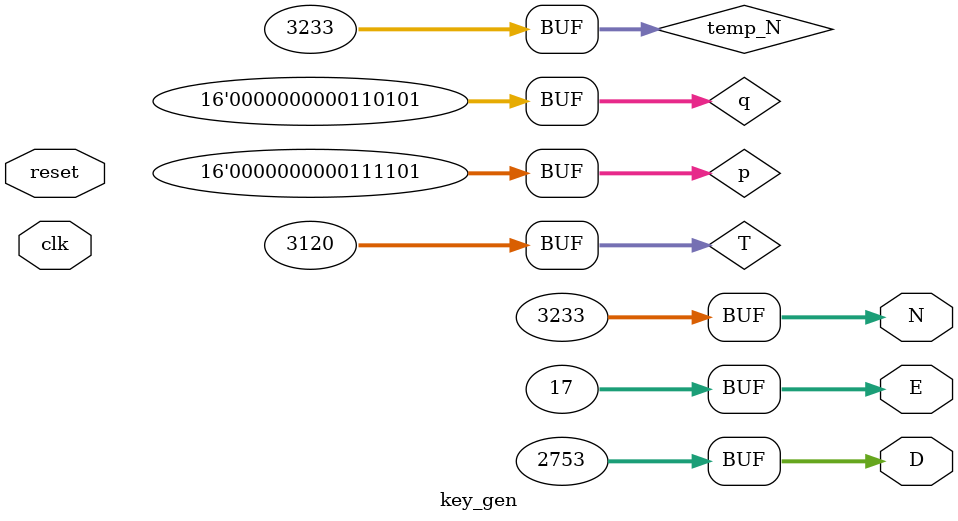
<source format=v>


module key_gen(

input clk,
input reset,

output [31:0] E,   //公钥
output [31:0] D,   //私钥
output [31:0] N    //共享密钥
);

reg [15:0] p= 16'd61;
reg [15:0] q= 16'd53;
reg [31:0] temp_N= 32'd3233;
reg [31:0] T= 32'd3120;

assign N= temp_N;
assign E= 32'd17;
assign D= 32'd2753;

endmodule
</source>
